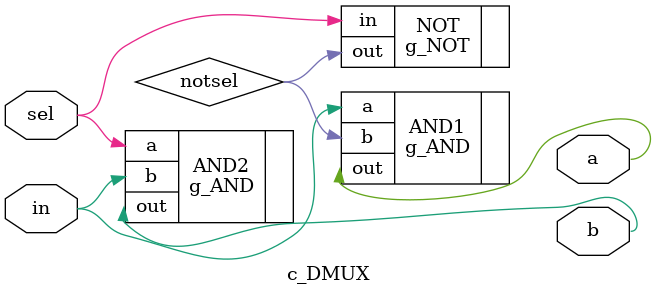
<source format=v>

module c_DMUX
(
    input  in, sel,
    output a, b
);

wire notsel;

g_NOT NOT  ( .in(sel),             .out(notsel) );
g_AND AND1 ( .a (in),  .b(notsel), .out(a)      );
g_AND AND2 ( .a (sel), .b(in),     .out(b)      );

endmodule

</source>
